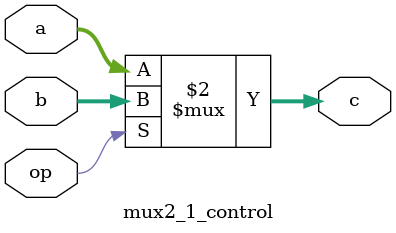
<source format=v>
`timescale 1ns / 1ps


module mux2_1_control(
    input [9:0]a,
    input [9:0]b,
    input op,
    output wire [9:0]c
    );
    assign c=(op==1'b0)?a:b;
endmodule

</source>
